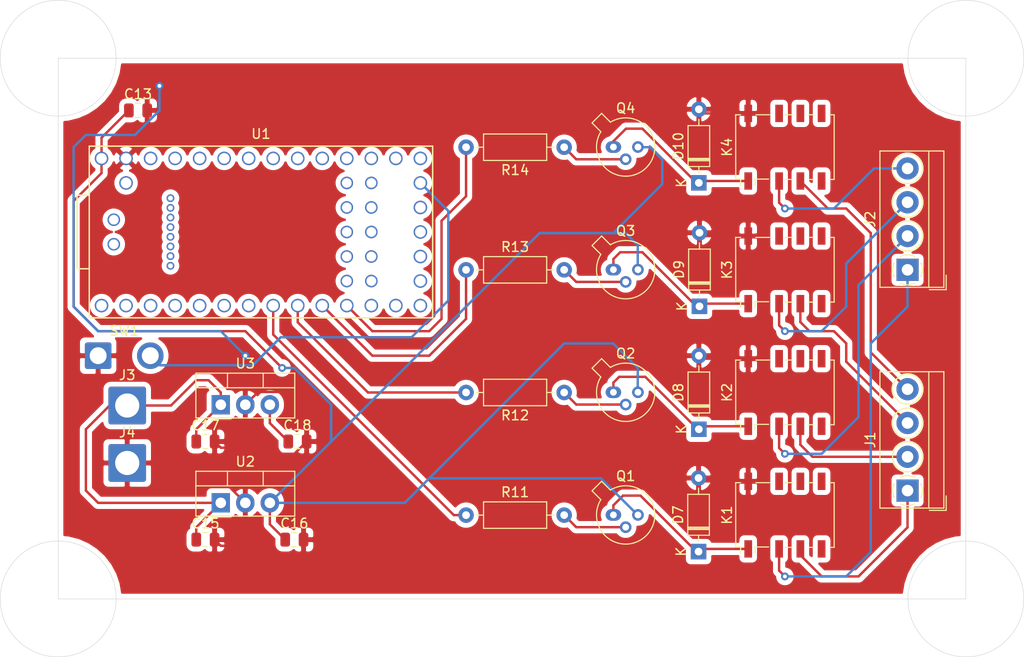
<source format=kicad_pcb>
(kicad_pcb (version 20171130) (host pcbnew 5.1.12-84ad8e8a86~92~ubuntu20.04.1)
  (layers (0 F.Cu signal) (31 B.Cu signal) (34 B.Paste user) (35 F.Paste user) (36 B.SilkS user) (37 F.SilkS user) (38 B.Mask user) (39 F.Mask user) (44 Edge.Cuts user))
  (net 0 "")
  (net 1 Earth)
  (net 2 +5V)
  (net 3 +12V)
  (net 4 +9V)
  (net 5 "Net-(D7-Pad1)")
  (net 6 "Net-(D8-Pad1)")
  (net 7 "Net-(D9-Pad1)")
  (net 8 "Net-(D10-Pad1)")
  (net 9 "Net-(J1-Pad4)")
  (net 10 "Net-(J1-Pad3)")
  (net 11 "Net-(J1-Pad2)")
  (net 12 "Net-(J1-Pad1)")
  (net 13 "Net-(J2-Pad4)")
  (net 14 "Net-(J2-Pad3)")
  (net 15 "Net-(J2-Pad2)")
  (net 16 "Net-(R11-Pad1)")
  (net 17 "Net-(R12-Pad2)")
  (net 18 "Net-(R13-Pad1)")
  (net 19 "Net-(R14-Pad2)")
  (net 20 "Net-(SW1-Pad2)")
  (net 21 "Net-(J2-Pad1)")
  (net 22 "Net-(Q1-Pad2)")
  (net 23 "Net-(Q2-Pad2)")
  (net 24 "Net-(Q3-Pad2)")
  (net 25 "Net-(Q4-Pad2)")
  (module Package_TO_SOT_THT:TO-18-3 (layer F.Cu) (at 157.5 109.2)
    (fp_text reference Q4 (at 1.27 -4.02) (layer F.SilkS))
    (fp_text value Q_NPN_EBC)
    (pad 3 thru_hole oval (at 2.54 0) (size 1.2 1.2) (drill 0.7) (layers *.Cu *.Mask) (net 2 +5V))
    (pad 2 thru_hole oval (at 1.27 1.27) (size 1.2 1.2) (drill 0.7) (layers *.Cu *.Mask) (net 25 "Net-(Q4-Pad2)"))
    (pad 1 thru_hole oval (at 0 0) (size 1.6 1.2) (drill 0.7) (layers *.Cu *.Mask) (net 8 "Net-(D10-Pad1)"))
  )
  (module Package_TO_SOT_THT:TO-18-3 (layer F.Cu) (at 157.5 121.9)
    (fp_text reference Q3 (at 1.27 -4.02) (layer F.SilkS))
    (fp_text value Q_NPN_EBC)
    (pad 3 thru_hole oval (at 2.54 0) (size 1.2 1.2) (drill 0.7) (layers *.Cu *.Mask) (net 2 +5V))
    (pad 2 thru_hole oval (at 1.27 1.27) (size 1.2 1.2) (drill 0.7) (layers *.Cu *.Mask) (net 24 "Net-(Q3-Pad2)"))
    (pad 1 thru_hole oval (at 0 0) (size 1.6 1.2) (drill 0.7) (layers *.Cu *.Mask) (net 7 "Net-(D9-Pad1)"))
  )
  (module Package_TO_SOT_THT:TO-18-3 (layer F.Cu) (at 157.5 134.6)
    (fp_text reference Q2 (at 1.27 -4.02) (layer F.SilkS))
    (fp_text value Q_NPN_EBC)
    (pad 3 thru_hole oval (at 2.54 0) (size 1.2 1.2) (drill 0.7) (layers *.Cu *.Mask) (net 2 +5V))
    (pad 2 thru_hole oval (at 1.27 1.27) (size 1.2 1.2) (drill 0.7) (layers *.Cu *.Mask) (net 23 "Net-(Q2-Pad2)"))
    (pad 1 thru_hole oval (at 0 0) (size 1.6 1.2) (drill 0.7) (layers *.Cu *.Mask) (net 6 "Net-(D8-Pad1)"))
  )
  (module Package_TO_SOT_THT:TO-18-3 (layer F.Cu) (at 157.5 147.3)
    (fp_text reference Q1 (at 1.27 -4.02) (layer F.SilkS))
    (fp_text value Q_NPN_EBC)
    (pad 3 thru_hole oval (at 2.54 0) (size 1.2 1.2) (drill 0.7) (layers *.Cu *.Mask) (net 2 +5V))
    (pad 2 thru_hole oval (at 1.27 1.27) (size 1.2 1.2) (drill 0.7) (layers *.Cu *.Mask) (net 22 "Net-(Q1-Pad2)"))
    (pad 1 thru_hole oval (at 0 0) (size 1.6 1.2) (drill 0.7) (layers *.Cu *.Mask) (net 5 "Net-(D7-Pad1)"))
  )
  (module Teensy:Teensy40_SMT (layer F.Cu) (at 121 118)
    (fp_text reference U1 (at 0 -10.16) (layer F.SilkS))
    (fp_text value Teensy4.0)
    (pad 13 thru_hole circle (at 13.97 7.62) (size 1.404 1.404) (drill 1.1) (layers *.Cu *.Mask))
    (pad 33 thru_hole circle (at -16.51 -7.62) (size 1.404 1.404) (drill 1.1) (layers *.Cu *.Mask) (net 2 +5V))
    (pad 34 thru_hole circle (at -13.97 -5.08) (size 1.404 1.404) (drill 1.1) (layers *.Cu *.Mask))
    (pad 32 thru_hole circle (at -13.97 -7.62) (size 1.404 1.404) (drill 1.1) (layers *.Cu *.Mask) (net 1 Earth))
    (pad 31 thru_hole circle (at -11.43 -7.62) (size 1.404 1.404) (drill 1.1) (layers *.Cu *.Mask))
    (pad 30 thru_hole circle (at -8.89 -7.62) (size 1.404 1.404) (drill 1.1) (layers *.Cu *.Mask))
    (pad 29 thru_hole circle (at -6.35 -7.62) (size 1.404 1.404) (drill 1.1) (layers *.Cu *.Mask))
    (pad 28 thru_hole circle (at -3.81 -7.62) (size 1.404 1.404) (drill 1.1) (layers *.Cu *.Mask))
    (pad 27 thru_hole circle (at -1.27 -7.62) (size 1.404 1.404) (drill 1.1) (layers *.Cu *.Mask))
    (pad 26 thru_hole circle (at 1.27 -7.62) (size 1.404 1.404) (drill 1.1) (layers *.Cu *.Mask))
    (pad 25 thru_hole circle (at 3.81 -7.62) (size 1.404 1.404) (drill 1.1) (layers *.Cu *.Mask))
    (pad 24 thru_hole circle (at 6.35 -7.62) (size 1.404 1.404) (drill 1.1) (layers *.Cu *.Mask))
    (pad 23 thru_hole circle (at 8.89 -7.62) (size 1.404 1.404) (drill 1.1) (layers *.Cu *.Mask))
    (pad 22 thru_hole circle (at 11.43 -7.62) (size 1.404 1.404) (drill 1.1) (layers *.Cu *.Mask))
    (pad 21 thru_hole circle (at 13.97 -7.62) (size 1.404 1.404) (drill 1.1) (layers *.Cu *.Mask))
    (pad 20 thru_hole circle (at 16.51 -7.62) (size 1.404 1.404) (drill 1.1) (layers *.Cu *.Mask))
    (pad 19 thru_hole circle (at 16.51 -5.08) (size 1.404 1.404) (drill 1.1) (layers *.Cu *.Mask) (net 20 "Net-(SW1-Pad2)"))
    (pad 18 thru_hole circle (at 16.51 -2.54) (size 1.404 1.404) (drill 1.1) (layers *.Cu *.Mask))
    (pad 17 thru_hole circle (at 16.51 0) (size 1.404 1.404) (drill 1.1) (layers *.Cu *.Mask))
    (pad 16 thru_hole circle (at 16.51 2.54) (size 1.404 1.404) (drill 1.1) (layers *.Cu *.Mask))
    (pad 15 thru_hole circle (at 16.51 5.08) (size 1.404 1.404) (drill 1.1) (layers *.Cu *.Mask))
    (pad 14 thru_hole circle (at 16.51 7.62) (size 1.404 1.404) (drill 1.1) (layers *.Cu *.Mask))
    (pad 12 thru_hole circle (at 11.43 7.62) (size 1.404 1.404) (drill 1.1) (layers *.Cu *.Mask))
    (pad 11 thru_hole circle (at 8.89 7.62) (size 1.404 1.404) (drill 1.1) (layers *.Cu *.Mask) (net 19 "Net-(R14-Pad2)"))
    (pad 10 thru_hole circle (at 6.35 7.62) (size 1.404 1.404) (drill 1.1) (layers *.Cu *.Mask) (net 18 "Net-(R13-Pad1)"))
    (pad 9 thru_hole circle (at 3.81 7.62) (size 1.404 1.404) (drill 1.1) (layers *.Cu *.Mask) (net 17 "Net-(R12-Pad2)"))
    (pad 8 thru_hole circle (at 1.27 7.62) (size 1.404 1.404) (drill 1.1) (layers *.Cu *.Mask) (net 16 "Net-(R11-Pad1)"))
    (pad 7 thru_hole circle (at -1.27 7.62) (size 1.404 1.404) (drill 1.1) (layers *.Cu *.Mask))
    (pad 6 thru_hole circle (at -3.81 7.62) (size 1.404 1.404) (drill 1.1) (layers *.Cu *.Mask))
    (pad 5 thru_hole circle (at -6.35 7.62) (size 1.404 1.404) (drill 1.1) (layers *.Cu *.Mask))
    (pad 4 thru_hole circle (at -8.89 7.62) (size 1.404 1.404) (drill 1.1) (layers *.Cu *.Mask))
    (pad 3 thru_hole circle (at -11.43 7.62) (size 1.404 1.404) (drill 1.1) (layers *.Cu *.Mask))
    (pad 54 thru_hole circle (at -15.24 1.27) (size 1.304 1.304) (drill 1) (layers *.Cu *.Mask))
    (pad 53 thru_hole circle (at -15.24 -1.27) (size 1.304 1.304) (drill 1) (layers *.Cu *.Mask))
    (pad 52 thru_hole circle (at -9.3716 3.5) (size 0.804 0.804) (drill 0.5) (layers *.Cu *.Mask))
    (pad 51 thru_hole circle (at -9.3716 2.5) (size 0.804 0.804) (drill 0.5) (layers *.Cu *.Mask))
    (pad 50 thru_hole circle (at -9.3716 1.5) (size 0.804 0.804) (drill 0.5) (layers *.Cu *.Mask))
    (pad 49 thru_hole circle (at -9.3716 0.5) (size 0.804 0.804) (drill 0.5) (layers *.Cu *.Mask))
    (pad 48 thru_hole circle (at -9.3716 -0.5) (size 0.804 0.804) (drill 0.5) (layers *.Cu *.Mask))
    (pad 47 thru_hole circle (at -9.3716 -1.5) (size 0.804 0.804) (drill 0.5) (layers *.Cu *.Mask))
    (pad 46 thru_hole circle (at -9.3716 -2.5) (size 0.804 0.804) (drill 0.5) (layers *.Cu *.Mask))
    (pad 45 thru_hole circle (at -9.3716 -3.5) (size 0.804 0.804) (drill 0.5) (layers *.Cu *.Mask))
    (pad 44 thru_hole circle (at 8.89 5.08) (size 1.304 1.304) (drill 1) (layers *.Cu *.Mask))
    (pad 43 thru_hole circle (at 11.43 5.08) (size 1.304 1.304) (drill 1) (layers *.Cu *.Mask))
    (pad 42 thru_hole circle (at 8.89 2.54) (size 1.304 1.304) (drill 1) (layers *.Cu *.Mask))
    (pad 41 thru_hole circle (at 11.43 2.54) (size 1.304 1.304) (drill 1) (layers *.Cu *.Mask))
    (pad 40 thru_hole circle (at 8.89 0) (size 1.304 1.304) (drill 1) (layers *.Cu *.Mask))
    (pad 39 thru_hole circle (at 11.43 0) (size 1.304 1.304) (drill 1) (layers *.Cu *.Mask))
    (pad 38 thru_hole circle (at 8.89 -2.54) (size 1.304 1.304) (drill 1) (layers *.Cu *.Mask))
    (pad 37 thru_hole circle (at 11.43 -2.54) (size 1.304 1.304) (drill 1) (layers *.Cu *.Mask))
    (pad 36 thru_hole circle (at 8.89 -5.08) (size 1.304 1.304) (drill 1) (layers *.Cu *.Mask))
    (pad 35 thru_hole circle (at 11.43 -5.08) (size 1.304 1.304) (drill 1) (layers *.Cu *.Mask))
    (pad 2 thru_hole circle (at -13.97 7.62) (size 1.404 1.404) (drill 1.1) (layers *.Cu *.Mask))
    (pad 1 thru_hole circle (at -16.51 7.62) (size 1.404 1.404) (drill 1.1) (layers *.Cu *.Mask))
  )
  (module Package_TO_SOT_THT:TO-220-3_Vertical (layer F.Cu) (at 116.84 135.89)
    (fp_text reference U3 (at 2.54 -4.27) (layer F.SilkS))
    (fp_text value L7809)
    (pad 3 thru_hole oval (at 5.08 0) (size 1.905 2) (drill 1.1) (layers *.Cu *.Mask) (net 4 +9V))
    (pad 2 thru_hole oval (at 2.54 0) (size 1.905 2) (drill 1.1) (layers *.Cu *.Mask) (net 1 Earth))
    (pad 1 thru_hole rect (at 0 0) (size 1.905 2) (drill 1.1) (layers *.Cu *.Mask) (net 3 +12V))
  )
  (module Package_TO_SOT_THT:TO-220-3_Vertical (layer F.Cu) (at 116.84 146.05)
    (fp_text reference U2 (at 2.54 -4.27) (layer F.SilkS))
    (fp_text value L7805)
    (pad 3 thru_hole oval (at 5.08 0) (size 1.905 2) (drill 1.1) (layers *.Cu *.Mask) (net 2 +5V))
    (pad 2 thru_hole oval (at 2.54 0) (size 1.905 2) (drill 1.1) (layers *.Cu *.Mask) (net 1 Earth))
    (pad 1 thru_hole rect (at 0 0) (size 1.905 2) (drill 1.1) (layers *.Cu *.Mask) (net 3 +12V))
  )
  (module Connector_Wire:SolderWire-1sqmm_1x02_P5.4mm_D1.4mm_OD2.7mm (layer F.Cu) (at 104.14 130.81)
    (fp_text reference SW1 (at 2.7 -2.58) (layer F.SilkS))
    (fp_text value SW_Push)
    (pad 2 thru_hole circle (at 5.4 0) (size 2.75 2.75) (drill 1.75) (layers *.Cu *.Mask) (net 20 "Net-(SW1-Pad2)"))
    (pad 1 thru_hole roundrect (at 0 0) (size 2.75 2.75) (drill 1.75) (layers *.Cu *.Mask) (roundrect_rratio 0.090909) (net 1 Earth))
  )
  (module Resistor_THT:R_Axial_DIN0207_L6.3mm_D2.5mm_P10.16mm_Horizontal (layer F.Cu) (at 152.4 109.22 180)
    (fp_text reference R14 (at 5.08 -2.37) (layer F.SilkS))
    (fp_text value "1K Ohms")
    (pad 2 thru_hole oval (at 10.16 0 180) (size 1.6 1.6) (drill 0.8) (layers *.Cu *.Mask) (net 19 "Net-(R14-Pad2)"))
    (pad 1 thru_hole circle (at 0 0 180) (size 1.6 1.6) (drill 0.8) (layers *.Cu *.Mask) (net 25 "Net-(Q4-Pad2)"))
  )
  (module Resistor_THT:R_Axial_DIN0207_L6.3mm_D2.5mm_P10.16mm_Horizontal (layer F.Cu) (at 142.24 121.92)
    (fp_text reference R13 (at 5.08 -2.37) (layer F.SilkS))
    (fp_text value "1K Ohms")
    (pad 2 thru_hole oval (at 10.16 0) (size 1.6 1.6) (drill 0.8) (layers *.Cu *.Mask) (net 24 "Net-(Q3-Pad2)"))
    (pad 1 thru_hole circle (at 0 0) (size 1.6 1.6) (drill 0.8) (layers *.Cu *.Mask) (net 18 "Net-(R13-Pad1)"))
  )
  (module Resistor_THT:R_Axial_DIN0207_L6.3mm_D2.5mm_P10.16mm_Horizontal (layer F.Cu) (at 152.4 134.62 180)
    (fp_text reference R12 (at 5.08 -2.37) (layer F.SilkS))
    (fp_text value "1K Ohms")
    (pad 2 thru_hole oval (at 10.16 0 180) (size 1.6 1.6) (drill 0.8) (layers *.Cu *.Mask) (net 17 "Net-(R12-Pad2)"))
    (pad 1 thru_hole circle (at 0 0 180) (size 1.6 1.6) (drill 0.8) (layers *.Cu *.Mask) (net 23 "Net-(Q2-Pad2)"))
  )
  (module Resistor_THT:R_Axial_DIN0207_L6.3mm_D2.5mm_P10.16mm_Horizontal (layer F.Cu) (at 142.24 147.32)
    (fp_text reference R11 (at 5.08 -2.37) (layer F.SilkS))
    (fp_text value "1K Ohms")
    (pad 2 thru_hole oval (at 10.16 0) (size 1.6 1.6) (drill 0.8) (layers *.Cu *.Mask) (net 22 "Net-(Q1-Pad2)"))
    (pad 1 thru_hole circle (at 0 0) (size 1.6 1.6) (drill 0.8) (layers *.Cu *.Mask) (net 16 "Net-(R11-Pad1)"))
  )
  (module Relay_SMD:Relay_DPDT_Omron_G6K-2F-Y (layer F.Cu) (at 175.26 109.22 90)
    (fp_text reference K4 (at 0 -6 90) (layer F.SilkS))
    (fp_text value G6K-2)
    (pad 1 smd rect (at -3.5 -3.8 90) (size 1.8 0.8) (layers F.Cu F.Paste F.Mask) (net 8 "Net-(D10-Pad1)"))
    (pad 2 smd rect (at -3.5 -0.6 90) (size 1.8 0.8) (layers F.Cu F.Paste F.Mask) (net 13 "Net-(J2-Pad4)"))
    (pad 3 smd rect (at -3.5 1.6 90) (size 1.8 0.8) (layers F.Cu F.Paste F.Mask) (net 9 "Net-(J1-Pad4)"))
    (pad 4 smd rect (at -3.5 3.8 90) (size 1.8 0.8) (layers F.Cu F.Paste F.Mask))
    (pad 5 smd rect (at 3.5 3.8 90) (size 1.8 0.8) (layers F.Cu F.Paste F.Mask))
    (pad 6 smd rect (at 3.5 1.6 90) (size 1.8 0.8) (layers F.Cu F.Paste F.Mask))
    (pad 7 smd rect (at 3.5 -0.6 90) (size 1.8 0.8) (layers F.Cu F.Paste F.Mask))
    (pad 8 smd rect (at 3.5 -3.8 90) (size 1.8 0.8) (layers F.Cu F.Paste F.Mask) (net 1 Earth))
  )
  (module Relay_SMD:Relay_DPDT_Omron_G6K-2F-Y (layer F.Cu) (at 175.26 121.92 90)
    (fp_text reference K3 (at 0 -6 90) (layer F.SilkS))
    (fp_text value G6K-2)
    (pad 1 smd rect (at -3.5 -3.8 90) (size 1.8 0.8) (layers F.Cu F.Paste F.Mask) (net 7 "Net-(D9-Pad1)"))
    (pad 2 smd rect (at -3.5 -0.6 90) (size 1.8 0.8) (layers F.Cu F.Paste F.Mask) (net 14 "Net-(J2-Pad3)"))
    (pad 3 smd rect (at -3.5 1.6 90) (size 1.8 0.8) (layers F.Cu F.Paste F.Mask) (net 10 "Net-(J1-Pad3)"))
    (pad 4 smd rect (at -3.5 3.8 90) (size 1.8 0.8) (layers F.Cu F.Paste F.Mask))
    (pad 5 smd rect (at 3.5 3.8 90) (size 1.8 0.8) (layers F.Cu F.Paste F.Mask))
    (pad 6 smd rect (at 3.5 1.6 90) (size 1.8 0.8) (layers F.Cu F.Paste F.Mask))
    (pad 7 smd rect (at 3.5 -0.6 90) (size 1.8 0.8) (layers F.Cu F.Paste F.Mask))
    (pad 8 smd rect (at 3.5 -3.8 90) (size 1.8 0.8) (layers F.Cu F.Paste F.Mask) (net 1 Earth))
  )
  (module Relay_SMD:Relay_DPDT_Omron_G6K-2F-Y (layer F.Cu) (at 175.26 134.62 90)
    (fp_text reference K2 (at 0 -6 90) (layer F.SilkS))
    (fp_text value G6K-2)
    (pad 1 smd rect (at -3.5 -3.8 90) (size 1.8 0.8) (layers F.Cu F.Paste F.Mask) (net 6 "Net-(D8-Pad1)"))
    (pad 2 smd rect (at -3.5 -0.6 90) (size 1.8 0.8) (layers F.Cu F.Paste F.Mask) (net 15 "Net-(J2-Pad2)"))
    (pad 3 smd rect (at -3.5 1.6 90) (size 1.8 0.8) (layers F.Cu F.Paste F.Mask) (net 11 "Net-(J1-Pad2)"))
    (pad 4 smd rect (at -3.5 3.8 90) (size 1.8 0.8) (layers F.Cu F.Paste F.Mask))
    (pad 5 smd rect (at 3.5 3.8 90) (size 1.8 0.8) (layers F.Cu F.Paste F.Mask))
    (pad 6 smd rect (at 3.5 1.6 90) (size 1.8 0.8) (layers F.Cu F.Paste F.Mask))
    (pad 7 smd rect (at 3.5 -0.6 90) (size 1.8 0.8) (layers F.Cu F.Paste F.Mask))
    (pad 8 smd rect (at 3.5 -3.8 90) (size 1.8 0.8) (layers F.Cu F.Paste F.Mask) (net 1 Earth))
  )
  (module Relay_SMD:Relay_DPDT_Omron_G6K-2F-Y (layer F.Cu) (at 175.26 147.32 90)
    (fp_text reference K1 (at 0 -6 90) (layer F.SilkS))
    (fp_text value G6K-2)
    (pad 1 smd rect (at -3.5 -3.8 90) (size 1.8 0.8) (layers F.Cu F.Paste F.Mask) (net 5 "Net-(D7-Pad1)"))
    (pad 2 smd rect (at -3.5 -0.6 90) (size 1.8 0.8) (layers F.Cu F.Paste F.Mask) (net 21 "Net-(J2-Pad1)"))
    (pad 3 smd rect (at -3.5 1.6 90) (size 1.8 0.8) (layers F.Cu F.Paste F.Mask) (net 12 "Net-(J1-Pad1)"))
    (pad 4 smd rect (at -3.5 3.8 90) (size 1.8 0.8) (layers F.Cu F.Paste F.Mask))
    (pad 5 smd rect (at 3.5 3.8 90) (size 1.8 0.8) (layers F.Cu F.Paste F.Mask))
    (pad 6 smd rect (at 3.5 1.6 90) (size 1.8 0.8) (layers F.Cu F.Paste F.Mask))
    (pad 7 smd rect (at 3.5 -0.6 90) (size 1.8 0.8) (layers F.Cu F.Paste F.Mask))
    (pad 8 smd rect (at 3.5 -3.8 90) (size 1.8 0.8) (layers F.Cu F.Paste F.Mask) (net 1 Earth))
  )
  (module Connector_Wire:SolderWire-2sqmm_1x01_D2mm_OD3.9mm (layer F.Cu) (at 107.15 141.92)
    (fp_text reference J4 (at 0 -3.15) (layer F.SilkS))
    (fp_text value Conn_01x01_Female)
    (pad 1 thru_hole roundrect (at 0 0) (size 3.9 3.9) (drill 2.5) (layers *.Cu *.Mask) (roundrect_rratio 0.06410299999999999) (net 1 Earth))
  )
  (module Connector_Wire:SolderWire-2sqmm_1x01_D2mm_OD3.9mm (layer F.Cu) (at 107.15 135.97)
    (fp_text reference J3 (at 0 -3.15) (layer F.SilkS))
    (fp_text value Conn_01x01_Female)
    (pad 1 thru_hole roundrect (at 0 0) (size 3.9 3.9) (drill 2.5) (layers *.Cu *.Mask) (roundrect_rratio 0.06410299999999999) (net 3 +12V))
  )
  (module TerminalBlock_MetzConnect:TerminalBlock_MetzConnect_Type059_RT06304HBWC_1x04_P3.50mm_Horizontal (layer F.Cu) (at 187.96 121.92 90)
    (fp_text reference J2 (at 5.25 -3.86 90) (layer F.SilkS))
    (fp_text value Screw_Terminal_01x04)
    (pad 4 thru_hole circle (at 10.5 0 90) (size 2.3 2.3) (drill 1.2) (layers *.Cu *.Mask) (net 13 "Net-(J2-Pad4)"))
    (pad 3 thru_hole circle (at 7 0 90) (size 2.3 2.3) (drill 1.2) (layers *.Cu *.Mask) (net 14 "Net-(J2-Pad3)"))
    (pad 2 thru_hole circle (at 3.5 0 90) (size 2.3 2.3) (drill 1.2) (layers *.Cu *.Mask) (net 15 "Net-(J2-Pad2)"))
    (pad 1 thru_hole rect (at 0 0 90) (size 2.3 2.3) (drill 1.2) (layers *.Cu *.Mask) (net 21 "Net-(J2-Pad1)"))
  )
  (module TerminalBlock_MetzConnect:TerminalBlock_MetzConnect_Type059_RT06304HBWC_1x04_P3.50mm_Horizontal (layer F.Cu) (at 187.96 144.78 90)
    (fp_text reference J1 (at 5.25 -3.86 90) (layer F.SilkS))
    (fp_text value Screw_Terminal_01x04)
    (pad 4 thru_hole circle (at 10.5 0 90) (size 2.3 2.3) (drill 1.2) (layers *.Cu *.Mask) (net 9 "Net-(J1-Pad4)"))
    (pad 3 thru_hole circle (at 7 0 90) (size 2.3 2.3) (drill 1.2) (layers *.Cu *.Mask) (net 10 "Net-(J1-Pad3)"))
    (pad 2 thru_hole circle (at 3.5 0 90) (size 2.3 2.3) (drill 1.2) (layers *.Cu *.Mask) (net 11 "Net-(J1-Pad2)"))
    (pad 1 thru_hole rect (at 0 0 90) (size 2.3 2.3) (drill 1.2) (layers *.Cu *.Mask) (net 12 "Net-(J1-Pad1)"))
  )
  (module Diode_THT:D_DO-35_SOD27_P7.62mm_Horizontal (layer F.Cu) (at 166.348664 112.911313 90)
    (fp_text reference D10 (at 3.81 -2.12 90) (layer F.SilkS))
    (fp_text value 1N4148)
    (fp_text user K (at 0 -1.8 90) (layer F.SilkS))
    (pad 2 thru_hole oval (at 7.62 0 90) (size 1.6 1.6) (drill 0.8) (layers *.Cu *.Mask) (net 1 Earth))
    (pad 1 thru_hole rect (at 0 0 90) (size 1.6 1.6) (drill 0.8) (layers *.Cu *.Mask) (net 8 "Net-(D10-Pad1)"))
  )
  (module Diode_THT:D_DO-35_SOD27_P7.62mm_Horizontal (layer F.Cu) (at 166.411937 125.698937 90)
    (fp_text reference D9 (at 3.81 -2.12 90) (layer F.SilkS))
    (fp_text value 1N4148)
    (fp_text user K (at 0 -1.8 90) (layer F.SilkS))
    (pad 2 thru_hole oval (at 7.62 0 90) (size 1.6 1.6) (drill 0.8) (layers *.Cu *.Mask) (net 1 Earth))
    (pad 1 thru_hole rect (at 0 0 90) (size 1.6 1.6) (drill 0.8) (layers *.Cu *.Mask) (net 7 "Net-(D9-Pad1)"))
  )
  (module Diode_THT:D_DO-35_SOD27_P7.62mm_Horizontal (layer F.Cu) (at 166.348664 138.43 90)
    (fp_text reference D8 (at 3.81 -2.12 90) (layer F.SilkS))
    (fp_text value 1N4148)
    (fp_text user K (at 0 -1.8 90) (layer F.SilkS))
    (pad 2 thru_hole oval (at 7.62 0 90) (size 1.6 1.6) (drill 0.8) (layers *.Cu *.Mask) (net 1 Earth))
    (pad 1 thru_hole rect (at 0 0 90) (size 1.6 1.6) (drill 0.8) (layers *.Cu *.Mask) (net 6 "Net-(D8-Pad1)"))
  )
  (module Diode_THT:D_DO-35_SOD27_P7.62mm_Horizontal (layer F.Cu) (at 166.316851 151.09731 90)
    (fp_text reference D7 (at 3.81 -2.12 90) (layer F.SilkS))
    (fp_text value 1N4148)
    (fp_text user K (at 0 -1.8 90) (layer F.SilkS))
    (pad 2 thru_hole oval (at 7.62 0 90) (size 1.6 1.6) (drill 0.8) (layers *.Cu *.Mask) (net 1 Earth))
    (pad 1 thru_hole rect (at 0 0 90) (size 1.6 1.6) (drill 0.8) (layers *.Cu *.Mask) (net 5 "Net-(D7-Pad1)"))
  )
  (module Capacitor_SMD:C_0805_2012Metric (layer F.Cu) (at 124.78 139.7)
    (fp_text reference C18 (at 0 -1.68) (layer F.SilkS))
    (fp_text value 0.1µF)
    (pad 2 smd roundrect (at 0.95 0) (size 1 1.45) (layers F.Cu F.Paste F.Mask) (net 1 Earth))
    (pad 1 smd roundrect (at -0.95 0) (size 1 1.45) (layers F.Cu F.Paste F.Mask) (net 4 +9V))
  )
  (module Capacitor_SMD:C_0805_2012Metric (layer F.Cu) (at 115.25 139.7)
    (fp_text reference C17 (at 0 -1.68) (layer F.SilkS))
    (fp_text value "0.33 µF")
    (pad 2 smd roundrect (at 0.95 0) (size 1 1.45) (layers F.Cu F.Paste F.Mask) (net 1 Earth))
    (pad 1 smd roundrect (at -0.95 0) (size 1 1.45) (layers F.Cu F.Paste F.Mask) (net 3 +12V))
  )
  (module Capacitor_SMD:C_0805_2012Metric (layer F.Cu) (at 124.46 149.86)
    (fp_text reference C16 (at 0 -1.68) (layer F.SilkS))
    (fp_text value 0.1µF)
    (pad 2 smd roundrect (at 0.95 0) (size 1 1.45) (layers F.Cu F.Paste F.Mask) (net 1 Earth))
    (pad 1 smd roundrect (at -0.95 0) (size 1 1.45) (layers F.Cu F.Paste F.Mask) (net 2 +5V))
  )
  (module Capacitor_SMD:C_0805_2012Metric (layer F.Cu) (at 115.25 149.86)
    (fp_text reference C15 (at 0 -1.68) (layer F.SilkS))
    (fp_text value "0.33 µF")
    (pad 2 smd roundrect (at 0.95 0) (size 1 1.45) (layers F.Cu F.Paste F.Mask) (net 1 Earth))
    (pad 1 smd roundrect (at -0.95 0) (size 1 1.45) (layers F.Cu F.Paste F.Mask) (net 3 +12V))
  )
  (module Capacitor_SMD:C_0805_2012Metric (layer F.Cu) (at 108.27 105.41)
    (fp_text reference C13 (at 0 -1.68) (layer F.SilkS))
    (fp_text value 0.01µF)
    (pad 2 smd roundrect (at 0.95 0) (size 1 1.45) (layers F.Cu F.Paste F.Mask) (net 1 Earth))
    (pad 1 smd roundrect (at -0.95 0) (size 1 1.45) (layers F.Cu F.Paste F.Mask) (net 2 +5V))
  )
  (gr_circle (center 194 100) (end 200 100) (layer Edge.Cuts) (width 0.05))
  (gr_circle (center 194 156) (end 200 156) (layer Edge.Cuts) (width 0.05))
  (gr_circle (center 100 156) (end 106 156) (layer Edge.Cuts) (width 0.05))
  (gr_circle (center 100 100) (end 106 100) (layer Edge.Cuts) (width 0.05))
  (gr_line (start 100 156) (end 100 100) (layer Edge.Cuts) (width 0.05))
  (gr_line (start 194 156) (end 100 156) (layer Edge.Cuts) (width 0.05))
  (gr_line (start 194 100) (end 194 156) (layer Edge.Cuts) (width 0.05))
  (gr_line (start 100 100) (end 194 100) (layer Edge.Cuts) (width 0.05))
  (segment (start 116.2 139.7) (end 116.84 140.34) (width 0.25) (layer F.Cu) (net 1))
  (segment (start 118.74 140.34) (end 119.38 139.7) (width 0.25) (layer F.Cu) (net 1))
  (segment (start 116.84 140.34) (end 118.74 140.34) (width 0.25) (layer F.Cu) (net 1))
  (segment (start 119.38 139.7) (end 119.38 135.89) (width 0.25) (layer F.Cu) (net 1))
  (segment (start 125.73 139.7) (end 124.46 140.97) (width 0.25) (layer F.Cu) (net 1))
  (segment (start 124.46 140.97) (end 120.65 140.97) (width 0.25) (layer F.Cu) (net 1))
  (segment (start 120.65 140.97) (end 119.38 139.7) (width 0.25) (layer F.Cu) (net 1))
  (segment (start 116.2 149.86) (end 116.84 150.5) (width 0.25) (layer F.Cu) (net 1))
  (segment (start 116.84 150.5) (end 118.74 150.5) (width 0.25) (layer F.Cu) (net 1))
  (segment (start 119.38 149.86) (end 119.38 146.05) (width 0.25) (layer F.Cu) (net 1))
  (segment (start 118.74 150.5) (end 119.38 149.86) (width 0.25) (layer F.Cu) (net 1))
  (segment (start 119.38 149.86) (end 121.92 152.4) (width 0.25) (layer F.Cu) (net 1))
  (segment (start 121.92 152.4) (end 124.46 152.4) (width 0.25) (layer F.Cu) (net 1))
  (segment (start 125.41 151.45) (end 124.46 152.4) (width 0.25) (layer F.Cu) (net 1))
  (segment (start 125.41 149.86) (end 125.41 151.45) (width 0.25) (layer F.Cu) (net 1))
  (segment (start 115.25 141.92) (end 119.38 146.05) (width 0.25) (layer F.Cu) (net 1))
  (segment (start 120.70501 134.56499) (end 125.67499 134.56499) (width 0.25) (layer F.Cu) (net 1))
  (segment (start 119.38 135.89) (end 120.70501 134.56499) (width 0.25) (layer F.Cu) (net 1))
  (segment (start 125.67499 134.56499) (end 128.27 137.16) (width 0.25) (layer F.Cu) (net 1))
  (segment (start 128.27 137.16) (end 128.27 140.97) (width 0.25) (layer F.Cu) (net 1))
  (segment (start 127.32 141.92) (end 114.62 141.92) (width 0.25) (layer F.Cu) (net 1))
  (segment (start 128.27 140.97) (end 127.32 141.92) (width 0.25) (layer F.Cu) (net 1))
  (segment (start 114.62 141.92) (end 115.25 141.92) (width 0.25) (layer F.Cu) (net 1))
  (segment (start 107.15 141.92) (end 114.62 141.92) (width 0.25) (layer F.Cu) (net 1))
  (via (at 119.38 130.81) (size 0.8) (drill 0.4) (layers F.Cu B.Cu) (net 1))
  (via (at 110.49 102.87) (size 0.8) (drill 0.4) (layers F.Cu B.Cu) (net 1))
  (segment (start 110.49 105.41) (end 110.49 102.87) (width 0.25) (layer B.Cu) (net 1))
  (segment (start 107.95 107.95) (end 110.49 105.41) (width 0.25) (layer B.Cu) (net 1))
  (segment (start 101.6 109.22) (end 102.87 107.95) (width 0.25) (layer B.Cu) (net 1))
  (segment (start 104.14 128.27) (end 101.6 125.73) (width 0.25) (layer B.Cu) (net 1))
  (segment (start 102.87 107.95) (end 107.95 107.95) (width 0.25) (layer B.Cu) (net 1))
  (segment (start 116.84 128.27) (end 104.14 128.27) (width 0.25) (layer B.Cu) (net 1))
  (segment (start 101.6 125.73) (end 101.6 109.22) (width 0.25) (layer B.Cu) (net 1))
  (segment (start 119.38 130.81) (end 116.84 128.27) (width 0.25) (layer B.Cu) (net 1))
  (segment (start 109.22 104.14) (end 110.49 102.87) (width 0.25) (layer F.Cu) (net 1))
  (segment (start 109.22 105.41) (end 109.22 104.14) (width 0.25) (layer F.Cu) (net 1))
  (segment (start 119.38 135.89) (end 119.38 130.81) (width 0.25) (layer F.Cu) (net 1))
  (segment (start 121.92 148.27) (end 123.51 149.86) (width 0.25) (layer F.Cu) (net 2))
  (segment (start 121.92 146.05) (end 121.92 148.27) (width 0.25) (layer F.Cu) (net 2))
  (segment (start 104.49 110.38) (end 104.49 108.24) (width 0.25) (layer F.Cu) (net 2))
  (segment (start 107.32 105.41) (end 104.49 108.24) (width 0.25) (layer F.Cu) (net 2))
  (segment (start 160.02 132.08) (end 160.02 134.62) (width 0.25) (layer B.Cu) (net 2))
  (segment (start 157.48 129.54) (end 160.02 132.08) (width 0.25) (layer B.Cu) (net 2))
  (segment (start 149.86 118.11) (end 158.75 118.11) (width 0.25) (layer B.Cu) (net 2))
  (segment (start 158.75 118.11) (end 160.02 119.38) (width 0.25) (layer B.Cu) (net 2))
  (segment (start 160.02 119.38) (end 160.02 121.92) (width 0.25) (layer B.Cu) (net 2))
  (segment (start 121.92 146.05) (end 135.89 146.05) (width 0.25) (layer B.Cu) (net 2))
  (segment (start 152.4 129.54) (end 157.48 129.54) (width 0.25) (layer B.Cu) (net 2))
  (segment (start 156.21 143.51) (end 138.43 143.51) (width 0.25) (layer B.Cu) (net 2))
  (segment (start 160.02 147.32) (end 156.21 143.51) (width 0.25) (layer B.Cu) (net 2))
  (segment (start 138.43 143.51) (end 152.4 129.54) (width 0.25) (layer B.Cu) (net 2))
  (segment (start 135.89 146.05) (end 138.43 143.51) (width 0.25) (layer B.Cu) (net 2))
  (segment (start 160.02 109.22) (end 161.29 109.22) (width 0.25) (layer B.Cu) (net 2))
  (segment (start 161.29 109.22) (end 162.56 110.49) (width 0.25) (layer B.Cu) (net 2))
  (segment (start 162.56 110.49) (end 162.56 113.03) (width 0.25) (layer B.Cu) (net 2))
  (segment (start 157.48 118.11) (end 149.86 118.11) (width 0.25) (layer B.Cu) (net 2))
  (segment (start 162.56 113.03) (end 157.48 118.11) (width 0.25) (layer B.Cu) (net 2))
  (segment (start 104.49 111.899962) (end 101.6 114.789962) (width 0.25) (layer F.Cu) (net 2))
  (segment (start 104.49 110.38) (end 104.49 111.899962) (width 0.25) (layer F.Cu) (net 2))
  (segment (start 101.6 114.789962) (end 101.6 125.73) (width 0.25) (layer F.Cu) (net 2))
  (segment (start 101.6 125.73) (end 104.14 128.27) (width 0.25) (layer F.Cu) (net 2))
  (segment (start 104.14 128.27) (end 119.38 128.27) (width 0.25) (layer F.Cu) (net 2))
  (segment (start 119.38 128.27) (end 123.19 132.08) (width 0.25) (layer F.Cu) (net 2))
  (via (at 123.19 132.08) (size 0.8) (drill 0.4) (layers F.Cu B.Cu) (net 2))
  (segment (start 123.19 132.08) (end 124.46 132.08) (width 0.25) (layer B.Cu) (net 2))
  (segment (start 124.46 132.08) (end 128.27 135.89) (width 0.25) (layer B.Cu) (net 2))
  (segment (start 128.27 135.89) (end 128.27 139.7) (width 0.25) (layer B.Cu) (net 2))
  (segment (start 128.27 139.7) (end 149.86 118.11) (width 0.25) (layer B.Cu) (net 2))
  (segment (start 121.92 146.05) (end 128.27 139.7) (width 0.25) (layer B.Cu) (net 2))
  (segment (start 166.777351 105.72) (end 166.348664 105.291313) (width 0.25) (layer F.Cu) (net 1))
  (segment (start 171.46 105.72) (end 166.777351 105.72) (width 0.25) (layer F.Cu) (net 1))
  (segment (start 166.753 118.42) (end 166.411937 118.078937) (width 0.25) (layer F.Cu) (net 1))
  (segment (start 171.46 118.42) (end 166.753 118.42) (width 0.25) (layer F.Cu) (net 1))
  (segment (start 166.659541 143.82) (end 166.316851 143.47731) (width 0.25) (layer F.Cu) (net 1))
  (segment (start 171.46 143.82) (end 166.659541 143.82) (width 0.25) (layer F.Cu) (net 1))
  (segment (start 166.658664 131.12) (end 166.348664 130.81) (width 0.25) (layer F.Cu) (net 1))
  (segment (start 171.46 131.12) (end 166.658664 131.12) (width 0.25) (layer F.Cu) (net 1))
  (segment (start 114.3 148.59) (end 116.84 146.05) (width 0.25) (layer F.Cu) (net 3))
  (segment (start 114.3 149.86) (end 114.3 148.59) (width 0.25) (layer F.Cu) (net 3))
  (segment (start 114.3 138.43) (end 116.84 135.89) (width 0.25) (layer F.Cu) (net 3))
  (segment (start 114.3 139.7) (end 114.3 138.43) (width 0.25) (layer F.Cu) (net 3))
  (segment (start 107.15 135.97) (end 111.68 135.97) (width 0.25) (layer F.Cu) (net 3))
  (segment (start 111.68 135.97) (end 114.3 133.35) (width 0.25) (layer F.Cu) (net 3))
  (segment (start 114.3 133.35) (end 115.57 133.35) (width 0.25) (layer F.Cu) (net 3))
  (segment (start 116.84 134.62) (end 116.84 135.89) (width 0.25) (layer F.Cu) (net 3))
  (segment (start 115.57 133.35) (end 116.84 134.62) (width 0.25) (layer F.Cu) (net 3))
  (segment (start 116.84 146.05) (end 104.14 146.05) (width 0.25) (layer F.Cu) (net 3))
  (segment (start 104.14 146.05) (end 102.87 144.78) (width 0.25) (layer F.Cu) (net 3))
  (segment (start 102.87 144.78) (end 102.87 138.43) (width 0.25) (layer F.Cu) (net 3))
  (segment (start 105.33 135.97) (end 107.15 135.97) (width 0.25) (layer F.Cu) (net 3))
  (segment (start 102.87 138.43) (end 105.33 135.97) (width 0.25) (layer F.Cu) (net 3))
  (segment (start 121.92 137.79) (end 123.83 139.7) (width 0.25) (layer F.Cu) (net 4))
  (segment (start 121.92 135.89) (end 121.92 137.79) (width 0.25) (layer F.Cu) (net 4))
  (segment (start 166.594161 150.82) (end 166.316851 151.09731) (width 0.25) (layer F.Cu) (net 5))
  (segment (start 171.46 150.82) (end 166.594161 150.82) (width 0.25) (layer F.Cu) (net 5))
  (segment (start 166.316851 151.09731) (end 166.09731 151.09731) (width 0.25) (layer F.Cu) (net 5))
  (segment (start 166.09731 151.09731) (end 160.3 145.3) (width 0.25) (layer F.Cu) (net 5))
  (segment (start 160.3 145.3) (end 158.5 145.3) (width 0.25) (layer F.Cu) (net 5))
  (segment (start 157.5 146.3) (end 157.5 147.3) (width 0.25) (layer F.Cu) (net 5))
  (segment (start 158.5 145.3) (end 157.5 146.3) (width 0.25) (layer F.Cu) (net 5))
  (segment (start 166.658664 138.12) (end 166.348664 138.43) (width 0.25) (layer F.Cu) (net 6))
  (segment (start 171.46 138.12) (end 166.658664 138.12) (width 0.25) (layer F.Cu) (net 6))
  (segment (start 166.348664 138.43) (end 166.23 138.43) (width 0.25) (layer F.Cu) (net 6))
  (segment (start 166.23 138.43) (end 160.8 133) (width 0.25) (layer F.Cu) (net 6))
  (segment (start 160.8 133) (end 158.1 133) (width 0.25) (layer F.Cu) (net 6))
  (segment (start 157.5 133.6) (end 157.5 134.6) (width 0.25) (layer F.Cu) (net 6))
  (segment (start 158.1 133) (end 157.5 133.6) (width 0.25) (layer F.Cu) (net 6))
  (segment (start 166.690874 125.42) (end 166.411937 125.698937) (width 0.25) (layer F.Cu) (net 7))
  (segment (start 171.46 125.42) (end 166.690874 125.42) (width 0.25) (layer F.Cu) (net 7))
  (segment (start 166.411937 125.698937) (end 166.098937 125.698937) (width 0.25) (layer F.Cu) (net 7))
  (segment (start 166.098937 125.698937) (end 160.5 120.1) (width 0.25) (layer F.Cu) (net 7))
  (segment (start 160.5 120.1) (end 158.2 120.1) (width 0.25) (layer F.Cu) (net 7))
  (segment (start 157.5 120.8) (end 157.5 121.9) (width 0.25) (layer F.Cu) (net 7))
  (segment (start 158.2 120.1) (end 157.5 120.8) (width 0.25) (layer F.Cu) (net 7))
  (segment (start 166.539977 112.72) (end 166.348664 112.911313) (width 0.25) (layer F.Cu) (net 8))
  (segment (start 171.46 112.72) (end 166.539977 112.72) (width 0.25) (layer F.Cu) (net 8))
  (segment (start 166.348664 112.911313) (end 166.111313 112.911313) (width 0.25) (layer F.Cu) (net 8))
  (segment (start 166.111313 112.911313) (end 160.5 107.3) (width 0.25) (layer F.Cu) (net 8))
  (segment (start 157.5 109.2) (end 157.5 108.6) (width 0.25) (layer F.Cu) (net 8))
  (segment (start 157.5 108.6) (end 158.8 107.3) (width 0.25) (layer F.Cu) (net 8))
  (segment (start 160.5 107.3) (end 158.8 107.3) (width 0.25) (layer F.Cu) (net 8))
  (segment (start 176.86 112.72) (end 179.71 115.57) (width 0.25) (layer F.Cu) (net 9))
  (segment (start 179.71 115.57) (end 181.61 115.57) (width 0.25) (layer F.Cu) (net 9))
  (segment (start 181.61 115.57) (end 184.15 118.11) (width 0.25) (layer F.Cu) (net 9))
  (segment (start 184.15 130.47) (end 187.96 134.28) (width 0.25) (layer F.Cu) (net 9))
  (segment (start 184.15 118.11) (end 184.15 130.47) (width 0.25) (layer F.Cu) (net 9))
  (segment (start 187.96 137.78) (end 181.61 131.43) (width 0.25) (layer F.Cu) (net 10))
  (segment (start 181.61 131.43) (end 181.61 129.54) (width 0.25) (layer F.Cu) (net 10))
  (segment (start 181.61 129.54) (end 180.34 128.27) (width 0.25) (layer F.Cu) (net 10))
  (segment (start 180.34 128.27) (end 177.8 128.27) (width 0.25) (layer F.Cu) (net 10))
  (segment (start 176.86 127.33) (end 176.86 125.42) (width 0.25) (layer F.Cu) (net 10))
  (segment (start 177.8 128.27) (end 176.86 127.33) (width 0.25) (layer F.Cu) (net 10))
  (segment (start 187.96 141.28) (end 178.11 141.28) (width 0.25) (layer F.Cu) (net 11))
  (segment (start 176.86 140.03) (end 176.86 138.12) (width 0.25) (layer F.Cu) (net 11))
  (segment (start 178.11 141.28) (end 176.86 140.03) (width 0.25) (layer F.Cu) (net 11))
  (segment (start 176.86 150.82) (end 176.86 151.46) (width 0.25) (layer F.Cu) (net 12))
  (segment (start 176.86 151.46) (end 179.07 153.67) (width 0.25) (layer F.Cu) (net 12))
  (segment (start 179.07 153.67) (end 182.88 153.67) (width 0.25) (layer F.Cu) (net 12))
  (segment (start 187.96 148.59) (end 187.96 144.78) (width 0.25) (layer F.Cu) (net 12))
  (segment (start 182.88 153.67) (end 187.96 148.59) (width 0.25) (layer F.Cu) (net 12))
  (via (at 175.26 115.57) (size 0.8) (drill 0.4) (layers F.Cu B.Cu) (net 13))
  (segment (start 175.26 115.57) (end 180.34 115.57) (width 0.25) (layer B.Cu) (net 13))
  (segment (start 184.49 111.42) (end 187.96 111.42) (width 0.25) (layer B.Cu) (net 13))
  (segment (start 180.34 115.57) (end 184.49 111.42) (width 0.25) (layer B.Cu) (net 13))
  (segment (start 174.66 114.97) (end 175.26 115.57) (width 0.25) (layer F.Cu) (net 13))
  (segment (start 174.66 112.72) (end 174.66 114.97) (width 0.25) (layer F.Cu) (net 13))
  (via (at 175.26 128.27) (size 0.8) (drill 0.4) (layers F.Cu B.Cu) (net 14))
  (segment (start 187.96 114.92) (end 181.61 121.27) (width 0.25) (layer B.Cu) (net 14))
  (segment (start 181.61 121.27) (end 181.61 125.73) (width 0.25) (layer B.Cu) (net 14))
  (segment (start 179.07 128.27) (end 175.26 128.27) (width 0.25) (layer B.Cu) (net 14))
  (segment (start 181.61 125.73) (end 179.07 128.27) (width 0.25) (layer B.Cu) (net 14))
  (segment (start 174.66 127.67) (end 175.26 128.27) (width 0.25) (layer F.Cu) (net 14))
  (segment (start 174.66 125.42) (end 174.66 127.67) (width 0.25) (layer F.Cu) (net 14))
  (via (at 175.26 140.97) (size 0.8) (drill 0.4) (layers F.Cu B.Cu) (net 15))
  (segment (start 187.96 118.42) (end 182.88 123.5) (width 0.25) (layer B.Cu) (net 15))
  (segment (start 182.88 123.5) (end 182.88 137.16) (width 0.25) (layer B.Cu) (net 15))
  (segment (start 182.88 137.16) (end 179.07 140.97) (width 0.25) (layer B.Cu) (net 15))
  (segment (start 179.07 140.97) (end 175.26 140.97) (width 0.25) (layer B.Cu) (net 15))
  (segment (start 174.66 140.37) (end 175.26 140.97) (width 0.25) (layer F.Cu) (net 15))
  (segment (start 174.66 138.12) (end 174.66 140.37) (width 0.25) (layer F.Cu) (net 15))
  (segment (start 142.24 147.32) (end 140.97 147.32) (width 0.25) (layer F.Cu) (net 16))
  (segment (start 122.27 128.62) (end 122.27 125.62) (width 0.25) (layer F.Cu) (net 16))
  (segment (start 140.97 147.32) (end 122.27 128.62) (width 0.25) (layer F.Cu) (net 16))
  (segment (start 142.24 134.62) (end 132.08 134.62) (width 0.25) (layer F.Cu) (net 17))
  (segment (start 124.81 127.35) (end 124.81 125.62) (width 0.25) (layer F.Cu) (net 17))
  (segment (start 132.08 134.62) (end 124.81 127.35) (width 0.25) (layer F.Cu) (net 17))
  (segment (start 142.24 121.92) (end 142.24 127) (width 0.25) (layer F.Cu) (net 18))
  (segment (start 142.24 127) (end 138.43 130.81) (width 0.25) (layer F.Cu) (net 18))
  (segment (start 132.54 130.81) (end 127.35 125.62) (width 0.25) (layer F.Cu) (net 18))
  (segment (start 138.43 130.81) (end 132.54 130.81) (width 0.25) (layer F.Cu) (net 18))
  (segment (start 132.54 128.27) (end 129.89 125.62) (width 0.25) (layer F.Cu) (net 19))
  (segment (start 138.43 128.27) (end 132.54 128.27) (width 0.25) (layer F.Cu) (net 19))
  (segment (start 139.7 127) (end 138.43 128.27) (width 0.25) (layer F.Cu) (net 19))
  (segment (start 139.7 116.84) (end 139.7 127) (width 0.25) (layer F.Cu) (net 19))
  (segment (start 142.24 114.3) (end 139.7 116.84) (width 0.25) (layer F.Cu) (net 19))
  (segment (start 142.24 109.22) (end 142.24 114.3) (width 0.25) (layer F.Cu) (net 19))
  (segment (start 109.54 130.81) (end 110.53 131.8) (width 0.25) (layer B.Cu) (net 20))
  (segment (start 120.149962 131.8) (end 123.049962 128.9) (width 0.25) (layer B.Cu) (net 20))
  (segment (start 110.53 131.8) (end 120.149962 131.8) (width 0.25) (layer B.Cu) (net 20))
  (segment (start 123.049962 128.9) (end 136.6 128.9) (width 0.25) (layer B.Cu) (net 20))
  (segment (start 136.6 128.9) (end 140.4 125.1) (width 0.25) (layer B.Cu) (net 20))
  (segment (start 140.4 115.81) (end 137.51 112.92) (width 0.25) (layer B.Cu) (net 20))
  (segment (start 140.4 125.1) (end 140.4 115.81) (width 0.25) (layer B.Cu) (net 20))
  (via (at 175.26 153.67) (size 0.8) (drill 0.4) (layers F.Cu B.Cu) (net 21))
  (segment (start 187.96 121.92) (end 187.96 125.73) (width 0.25) (layer B.Cu) (net 21))
  (segment (start 187.96 125.73) (end 184.15 129.54) (width 0.25) (layer B.Cu) (net 21))
  (segment (start 184.15 129.54) (end 184.15 151.13) (width 0.25) (layer B.Cu) (net 21))
  (segment (start 181.61 153.67) (end 175.26 153.67) (width 0.25) (layer B.Cu) (net 21))
  (segment (start 184.15 151.13) (end 181.61 153.67) (width 0.25) (layer B.Cu) (net 21))
  (segment (start 174.66 153.07) (end 175.26 153.67) (width 0.25) (layer F.Cu) (net 21))
  (segment (start 174.66 150.82) (end 174.66 153.07) (width 0.25) (layer F.Cu) (net 21))
  (segment (start 153.65 148.57) (end 152.4 147.32) (width 0.25) (layer F.Cu) (net 22))
  (segment (start 158.77 148.57) (end 153.65 148.57) (width 0.25) (layer F.Cu) (net 22))
  (segment (start 153.65 135.87) (end 152.4 134.62) (width 0.25) (layer F.Cu) (net 23))
  (segment (start 158.77 135.87) (end 153.65 135.87) (width 0.25) (layer F.Cu) (net 23))
  (segment (start 153.65 123.17) (end 152.4 121.92) (width 0.25) (layer F.Cu) (net 24))
  (segment (start 158.77 123.17) (end 153.65 123.17) (width 0.25) (layer F.Cu) (net 24))
  (segment (start 153.65 110.47) (end 152.4 109.22) (width 0.25) (layer F.Cu) (net 25))
  (segment (start 158.77 110.47) (end 153.65 110.47) (width 0.25) (layer F.Cu) (net 25))
  (zone (net 1) (net_name Earth) (layer F.Cu) (connect_pads (clearance 0.508)) (min_thickness 0.254) (fill yes (arc_segments 32) (thermal_gap 0.508) (thermal_bridge_width 0.508))
    (polygon (pts (xy 100.151245 100.001451) (xy 194.31 100.001451) (xy 194.31 156.21) (xy 99.818169 156.21) (xy 99.818169 100.001451) (xy 100.146717 99.993128)))
  )
)
</source>
